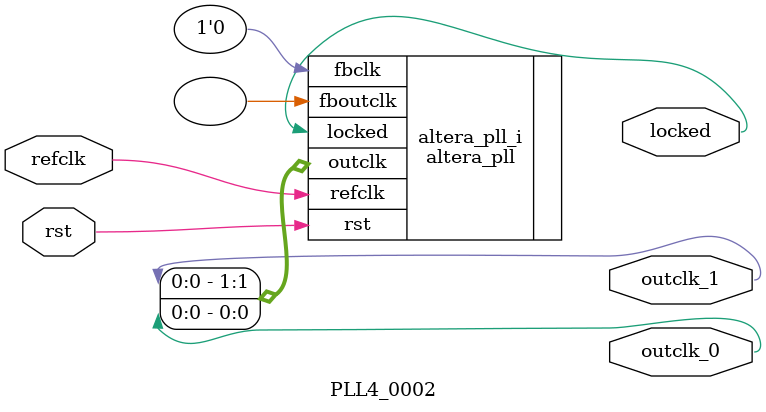
<source format=v>
`timescale 1ns/10ps
module  PLL4_0002(

	// interface 'refclk'
	input wire refclk,

	// interface 'reset'
	input wire rst,

	// interface 'outclk0'
	output wire outclk_0,

	// interface 'outclk1'
	output wire outclk_1,

	// interface 'locked'
	output wire locked
);

	altera_pll #(
		.fractional_vco_multiplier("false"),
		.reference_clock_frequency("50.0 MHz"),
		.operation_mode("direct"),
		.number_of_clocks(2),
		.output_clock_frequency0("19.000000 MHz"),
		.phase_shift0("0 ps"),
		.duty_cycle0(50),
		.output_clock_frequency1("120.909090 MHz"),
		.phase_shift1("0 ps"),
		.duty_cycle1(50),
		.output_clock_frequency2("0 MHz"),
		.phase_shift2("0 ps"),
		.duty_cycle2(50),
		.output_clock_frequency3("0 MHz"),
		.phase_shift3("0 ps"),
		.duty_cycle3(50),
		.output_clock_frequency4("0 MHz"),
		.phase_shift4("0 ps"),
		.duty_cycle4(50),
		.output_clock_frequency5("0 MHz"),
		.phase_shift5("0 ps"),
		.duty_cycle5(50),
		.output_clock_frequency6("0 MHz"),
		.phase_shift6("0 ps"),
		.duty_cycle6(50),
		.output_clock_frequency7("0 MHz"),
		.phase_shift7("0 ps"),
		.duty_cycle7(50),
		.output_clock_frequency8("0 MHz"),
		.phase_shift8("0 ps"),
		.duty_cycle8(50),
		.output_clock_frequency9("0 MHz"),
		.phase_shift9("0 ps"),
		.duty_cycle9(50),
		.output_clock_frequency10("0 MHz"),
		.phase_shift10("0 ps"),
		.duty_cycle10(50),
		.output_clock_frequency11("0 MHz"),
		.phase_shift11("0 ps"),
		.duty_cycle11(50),
		.output_clock_frequency12("0 MHz"),
		.phase_shift12("0 ps"),
		.duty_cycle12(50),
		.output_clock_frequency13("0 MHz"),
		.phase_shift13("0 ps"),
		.duty_cycle13(50),
		.output_clock_frequency14("0 MHz"),
		.phase_shift14("0 ps"),
		.duty_cycle14(50),
		.output_clock_frequency15("0 MHz"),
		.phase_shift15("0 ps"),
		.duty_cycle15(50),
		.output_clock_frequency16("0 MHz"),
		.phase_shift16("0 ps"),
		.duty_cycle16(50),
		.output_clock_frequency17("0 MHz"),
		.phase_shift17("0 ps"),
		.duty_cycle17(50),
		.pll_type("General"),
		.pll_subtype("General")
	) altera_pll_i (
		.rst	(rst),
		.outclk	({outclk_1, outclk_0}),
		.locked	(locked),
		.fboutclk	( ),
		.fbclk	(1'b0),
		.refclk	(refclk)
	);
endmodule


</source>
